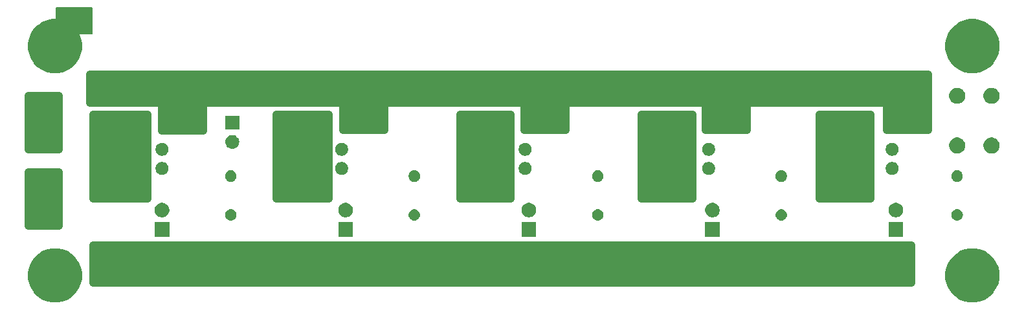
<source format=gbr>
G04 #@! TF.GenerationSoftware,KiCad,Pcbnew,5.0.2+dfsg1-1*
G04 #@! TF.CreationDate,2020-06-21T14:15:28-04:00*
G04 #@! TF.ProjectId,powerpoledist,706f7765-7270-46f6-9c65-646973742e6b,rev?*
G04 #@! TF.SameCoordinates,Original*
G04 #@! TF.FileFunction,Soldermask,Bot*
G04 #@! TF.FilePolarity,Negative*
%FSLAX46Y46*%
G04 Gerber Fmt 4.6, Leading zero omitted, Abs format (unit mm)*
G04 Created by KiCad (PCBNEW 5.0.2+dfsg1-1) date Sun 21 Jun 2020 02:15:28 PM EDT*
%MOMM*%
%LPD*%
G01*
G04 APERTURE LIST*
%ADD10C,0.150000*%
%ADD11C,1.000000*%
%ADD12C,0.020000*%
G04 APERTURE END LIST*
D10*
G36*
X90800000Y-48000000D02*
X90800000Y-51400000D01*
X86200000Y-51400000D01*
X86200000Y-48000000D01*
X90800000Y-48000000D01*
G37*
X90800000Y-48000000D02*
X90800000Y-51400000D01*
X86200000Y-51400000D01*
X86200000Y-48000000D01*
X90800000Y-48000000D01*
D11*
G36*
X86500000Y-59500000D02*
X86500000Y-66500000D01*
X82500000Y-66500000D01*
X82500000Y-59500000D01*
X86500000Y-59500000D01*
G37*
X86500000Y-59500000D02*
X86500000Y-66500000D01*
X82500000Y-66500000D01*
X82500000Y-59500000D01*
X86500000Y-59500000D01*
G36*
X86500000Y-69500000D02*
X86500000Y-76500000D01*
X82500000Y-76500000D01*
X82500000Y-69500000D01*
X86500000Y-69500000D01*
G37*
X86500000Y-69500000D02*
X86500000Y-76500000D01*
X82500000Y-76500000D01*
X82500000Y-69500000D01*
X86500000Y-69500000D01*
G36*
X90600000Y-60400000D02*
X200200000Y-60400000D01*
X200200000Y-56700000D01*
X90600000Y-56700000D01*
X90600000Y-60400000D01*
G37*
X90600000Y-60400000D02*
X200200000Y-60400000D01*
X200200000Y-56700000D01*
X90600000Y-56700000D01*
X90600000Y-60400000D01*
G36*
X194800000Y-59000000D02*
X194800000Y-64000000D01*
X200200000Y-64000000D01*
X200200000Y-59000000D01*
X194800000Y-59000000D01*
G37*
X194800000Y-59000000D02*
X194800000Y-64000000D01*
X200200000Y-64000000D01*
X200200000Y-59000000D01*
X194800000Y-59000000D01*
G36*
X171100000Y-59000000D02*
X171100000Y-64000000D01*
X176500000Y-64000000D01*
X176500000Y-59000000D01*
X171100000Y-59000000D01*
G37*
X171100000Y-59000000D02*
X171100000Y-64000000D01*
X176500000Y-64000000D01*
X176500000Y-59000000D01*
X171100000Y-59000000D01*
G36*
X147400000Y-59000000D02*
X147400000Y-64000000D01*
X152800000Y-64000000D01*
X152800000Y-59000000D01*
X147400000Y-59000000D01*
G37*
X147400000Y-59000000D02*
X147400000Y-64000000D01*
X152800000Y-64000000D01*
X152800000Y-59000000D01*
X147400000Y-59000000D01*
G36*
X123700000Y-59050000D02*
X123700000Y-63950000D01*
X129100000Y-63950000D01*
X129100000Y-59050000D01*
X123700000Y-59050000D01*
G37*
X123700000Y-59050000D02*
X123700000Y-63950000D01*
X129100000Y-63950000D01*
X129100000Y-59050000D01*
X123700000Y-59050000D01*
G36*
X100000000Y-59000000D02*
X100000000Y-64100000D01*
X105400000Y-64100000D01*
X105400000Y-59000000D01*
X100000000Y-59000000D01*
G37*
X100000000Y-59000000D02*
X100000000Y-64100000D01*
X105400000Y-64100000D01*
X105400000Y-59000000D01*
X100000000Y-59000000D01*
G36*
X91000000Y-62000000D02*
X91000000Y-73000000D01*
X98100000Y-73000000D01*
X98100000Y-62000000D01*
X91000000Y-62000000D01*
G37*
X91000000Y-62000000D02*
X91000000Y-73000000D01*
X98100000Y-73000000D01*
X98100000Y-62000000D01*
X91000000Y-62000000D01*
G36*
X115000000Y-62000000D02*
X115000000Y-73000000D01*
X121800000Y-73000000D01*
X121800000Y-62000000D01*
X115000000Y-62000000D01*
G37*
X115000000Y-62000000D02*
X115000000Y-73000000D01*
X121800000Y-73000000D01*
X121800000Y-62000000D01*
X115000000Y-62000000D01*
G36*
X139000000Y-62000000D02*
X139000000Y-73000000D01*
X145600000Y-73000000D01*
X145600000Y-62000000D01*
X139000000Y-62000000D01*
G37*
X139000000Y-62000000D02*
X139000000Y-73000000D01*
X145600000Y-73000000D01*
X145600000Y-62000000D01*
X139000000Y-62000000D01*
G36*
X186000000Y-62000000D02*
X186000000Y-73000000D01*
X192700000Y-73000000D01*
X192700000Y-62000000D01*
X186000000Y-62000000D01*
G37*
X186000000Y-62000000D02*
X186000000Y-73000000D01*
X192700000Y-73000000D01*
X192700000Y-62000000D01*
X186000000Y-62000000D01*
G36*
X162700000Y-62000000D02*
X162700000Y-73000000D01*
X169400000Y-73000000D01*
X169400000Y-62000000D01*
X162700000Y-62000000D01*
G37*
X162700000Y-62000000D02*
X162700000Y-73000000D01*
X169400000Y-73000000D01*
X169400000Y-62000000D01*
X162700000Y-62000000D01*
G36*
X198000000Y-79100000D02*
X198000000Y-84000000D01*
X91000000Y-84000000D01*
X91000000Y-79100000D01*
X198000000Y-79100000D01*
G37*
X198000000Y-79100000D02*
X198000000Y-84000000D01*
X91000000Y-84000000D01*
X91000000Y-79100000D01*
X198000000Y-79100000D01*
D12*
G36*
X207035786Y-79585462D02*
X207035788Y-79585463D01*
X207035789Y-79585463D01*
X207682029Y-79853144D01*
X208088088Y-80124464D01*
X208263634Y-80241760D01*
X208758240Y-80736366D01*
X208758242Y-80736369D01*
X209146856Y-81317971D01*
X209413419Y-81961512D01*
X209414538Y-81964214D01*
X209551000Y-82650256D01*
X209551000Y-83349744D01*
X209534307Y-83433668D01*
X209414537Y-84035789D01*
X209146856Y-84682029D01*
X208806551Y-85191332D01*
X208758240Y-85263634D01*
X208263634Y-85758240D01*
X208263631Y-85758242D01*
X207682029Y-86146856D01*
X207035789Y-86414537D01*
X207035788Y-86414537D01*
X207035786Y-86414538D01*
X206349744Y-86551000D01*
X205650256Y-86551000D01*
X204964214Y-86414538D01*
X204964212Y-86414537D01*
X204964211Y-86414537D01*
X204317971Y-86146856D01*
X203736369Y-85758242D01*
X203736366Y-85758240D01*
X203241760Y-85263634D01*
X203193449Y-85191332D01*
X202853144Y-84682029D01*
X202585463Y-84035789D01*
X202465694Y-83433668D01*
X202449000Y-83349744D01*
X202449000Y-82650256D01*
X202585462Y-81964214D01*
X202586581Y-81961512D01*
X202853144Y-81317971D01*
X203241758Y-80736369D01*
X203241760Y-80736366D01*
X203736366Y-80241760D01*
X203911912Y-80124464D01*
X204317971Y-79853144D01*
X204964211Y-79585463D01*
X204964212Y-79585463D01*
X204964214Y-79585462D01*
X205650256Y-79449000D01*
X206349744Y-79449000D01*
X207035786Y-79585462D01*
X207035786Y-79585462D01*
G37*
G36*
X87035786Y-79585462D02*
X87035788Y-79585463D01*
X87035789Y-79585463D01*
X87682029Y-79853144D01*
X88088088Y-80124464D01*
X88263634Y-80241760D01*
X88758240Y-80736366D01*
X88758242Y-80736369D01*
X89146856Y-81317971D01*
X89413419Y-81961512D01*
X89414538Y-81964214D01*
X89551000Y-82650256D01*
X89551000Y-83349744D01*
X89534307Y-83433668D01*
X89414537Y-84035789D01*
X89146856Y-84682029D01*
X88806551Y-85191332D01*
X88758240Y-85263634D01*
X88263634Y-85758240D01*
X88263631Y-85758242D01*
X87682029Y-86146856D01*
X87035789Y-86414537D01*
X87035788Y-86414537D01*
X87035786Y-86414538D01*
X86349744Y-86551000D01*
X85650256Y-86551000D01*
X84964214Y-86414538D01*
X84964212Y-86414537D01*
X84964211Y-86414537D01*
X84317971Y-86146856D01*
X83736369Y-85758242D01*
X83736366Y-85758240D01*
X83241760Y-85263634D01*
X83193449Y-85191332D01*
X82853144Y-84682029D01*
X82585463Y-84035789D01*
X82465694Y-83433668D01*
X82449000Y-83349744D01*
X82449000Y-82650256D01*
X82585462Y-81964214D01*
X82586581Y-81961512D01*
X82853144Y-81317971D01*
X83241758Y-80736369D01*
X83241760Y-80736366D01*
X83736366Y-80241760D01*
X83911912Y-80124464D01*
X84317971Y-79853144D01*
X84964211Y-79585463D01*
X84964212Y-79585463D01*
X84964214Y-79585462D01*
X85650256Y-79449000D01*
X86349744Y-79449000D01*
X87035786Y-79585462D01*
X87035786Y-79585462D01*
G37*
G36*
X96230536Y-79196016D02*
X96452213Y-79263261D01*
X96656512Y-79372461D01*
X96835581Y-79519419D01*
X96982539Y-79698488D01*
X97091739Y-79902787D01*
X97158984Y-80124464D01*
X97176000Y-80297230D01*
X97176000Y-81362771D01*
X97158984Y-81535536D01*
X97091739Y-81757213D01*
X96982539Y-81961512D01*
X96835581Y-82140581D01*
X96656511Y-82287539D01*
X96452212Y-82396739D01*
X96230535Y-82463984D01*
X96000000Y-82486690D01*
X95769464Y-82463984D01*
X95547787Y-82396739D01*
X95343488Y-82287539D01*
X95164419Y-82140581D01*
X95017461Y-81961511D01*
X94908261Y-81757212D01*
X94841016Y-81535535D01*
X94824000Y-81362770D01*
X94824000Y-80297229D01*
X94841016Y-80124464D01*
X94908261Y-79902787D01*
X95017462Y-79698488D01*
X95164420Y-79519419D01*
X95343489Y-79372461D01*
X95547788Y-79263261D01*
X95769465Y-79196016D01*
X96000000Y-79173310D01*
X96230536Y-79196016D01*
X96230536Y-79196016D01*
G37*
G36*
X92830536Y-79196016D02*
X93052213Y-79263261D01*
X93256512Y-79372461D01*
X93435581Y-79519419D01*
X93582539Y-79698488D01*
X93691739Y-79902787D01*
X93758984Y-80124464D01*
X93776000Y-80297230D01*
X93776000Y-81362771D01*
X93758984Y-81535536D01*
X93691739Y-81757213D01*
X93582539Y-81961512D01*
X93435581Y-82140581D01*
X93256511Y-82287539D01*
X93052212Y-82396739D01*
X92830535Y-82463984D01*
X92600000Y-82486690D01*
X92369464Y-82463984D01*
X92147787Y-82396739D01*
X91943488Y-82287539D01*
X91764419Y-82140581D01*
X91617461Y-81961511D01*
X91508261Y-81757212D01*
X91441016Y-81535535D01*
X91424000Y-81362770D01*
X91424000Y-80297229D01*
X91441016Y-80124464D01*
X91508261Y-79902787D01*
X91617462Y-79698488D01*
X91764420Y-79519419D01*
X91943489Y-79372461D01*
X92147788Y-79263261D01*
X92369465Y-79196016D01*
X92600000Y-79173310D01*
X92830536Y-79196016D01*
X92830536Y-79196016D01*
G37*
G36*
X168230536Y-79096016D02*
X168452213Y-79163261D01*
X168656512Y-79272461D01*
X168835581Y-79419419D01*
X168982539Y-79598488D01*
X169091739Y-79802787D01*
X169158984Y-80024464D01*
X169176000Y-80197230D01*
X169176000Y-81262771D01*
X169158984Y-81435536D01*
X169091739Y-81657213D01*
X168982539Y-81861512D01*
X168835581Y-82040581D01*
X168656511Y-82187539D01*
X168452212Y-82296739D01*
X168230535Y-82363984D01*
X168000000Y-82386690D01*
X167769464Y-82363984D01*
X167547787Y-82296739D01*
X167343488Y-82187539D01*
X167164419Y-82040581D01*
X167017461Y-81861511D01*
X166908261Y-81657212D01*
X166841016Y-81435535D01*
X166824000Y-81262770D01*
X166824000Y-80197229D01*
X166841016Y-80024464D01*
X166908261Y-79802787D01*
X167017462Y-79598488D01*
X167164420Y-79419419D01*
X167343489Y-79272461D01*
X167547788Y-79163261D01*
X167769465Y-79096016D01*
X168000000Y-79073310D01*
X168230536Y-79096016D01*
X168230536Y-79096016D01*
G37*
G36*
X192230536Y-79096016D02*
X192452213Y-79163261D01*
X192656512Y-79272461D01*
X192835581Y-79419419D01*
X192982539Y-79598488D01*
X193091739Y-79802787D01*
X193158984Y-80024464D01*
X193176000Y-80197230D01*
X193176000Y-81262771D01*
X193158984Y-81435536D01*
X193091739Y-81657213D01*
X192982539Y-81861512D01*
X192835581Y-82040581D01*
X192656511Y-82187539D01*
X192452212Y-82296739D01*
X192230535Y-82363984D01*
X192000000Y-82386690D01*
X191769464Y-82363984D01*
X191547787Y-82296739D01*
X191343488Y-82187539D01*
X191164419Y-82040581D01*
X191017461Y-81861511D01*
X190908261Y-81657212D01*
X190841016Y-81435535D01*
X190824000Y-81262770D01*
X190824000Y-80197229D01*
X190841016Y-80024464D01*
X190908261Y-79802787D01*
X191017462Y-79598488D01*
X191164420Y-79419419D01*
X191343489Y-79272461D01*
X191547788Y-79163261D01*
X191769465Y-79096016D01*
X192000000Y-79073310D01*
X192230536Y-79096016D01*
X192230536Y-79096016D01*
G37*
G36*
X188830536Y-79096016D02*
X189052213Y-79163261D01*
X189256512Y-79272461D01*
X189435581Y-79419419D01*
X189582539Y-79598488D01*
X189691739Y-79802787D01*
X189758984Y-80024464D01*
X189776000Y-80197230D01*
X189776000Y-81262771D01*
X189758984Y-81435536D01*
X189691739Y-81657213D01*
X189582539Y-81861512D01*
X189435581Y-82040581D01*
X189256511Y-82187539D01*
X189052212Y-82296739D01*
X188830535Y-82363984D01*
X188600000Y-82386690D01*
X188369464Y-82363984D01*
X188147787Y-82296739D01*
X187943488Y-82187539D01*
X187764419Y-82040581D01*
X187617461Y-81861511D01*
X187508261Y-81657212D01*
X187441016Y-81435535D01*
X187424000Y-81262770D01*
X187424000Y-80197229D01*
X187441016Y-80024464D01*
X187508261Y-79802787D01*
X187617462Y-79598488D01*
X187764420Y-79419419D01*
X187943489Y-79272461D01*
X188147788Y-79163261D01*
X188369465Y-79096016D01*
X188600000Y-79073310D01*
X188830536Y-79096016D01*
X188830536Y-79096016D01*
G37*
G36*
X164830536Y-79096016D02*
X165052213Y-79163261D01*
X165256512Y-79272461D01*
X165435581Y-79419419D01*
X165582539Y-79598488D01*
X165691739Y-79802787D01*
X165758984Y-80024464D01*
X165776000Y-80197230D01*
X165776000Y-81262771D01*
X165758984Y-81435536D01*
X165691739Y-81657213D01*
X165582539Y-81861512D01*
X165435581Y-82040581D01*
X165256511Y-82187539D01*
X165052212Y-82296739D01*
X164830535Y-82363984D01*
X164600000Y-82386690D01*
X164369464Y-82363984D01*
X164147787Y-82296739D01*
X163943488Y-82187539D01*
X163764419Y-82040581D01*
X163617461Y-81861511D01*
X163508261Y-81657212D01*
X163441016Y-81435535D01*
X163424000Y-81262770D01*
X163424000Y-80197229D01*
X163441016Y-80024464D01*
X163508261Y-79802787D01*
X163617462Y-79598488D01*
X163764420Y-79419419D01*
X163943489Y-79272461D01*
X164147788Y-79163261D01*
X164369465Y-79096016D01*
X164600000Y-79073310D01*
X164830536Y-79096016D01*
X164830536Y-79096016D01*
G37*
G36*
X144230536Y-79096016D02*
X144452213Y-79163261D01*
X144656512Y-79272461D01*
X144835581Y-79419419D01*
X144982539Y-79598488D01*
X145091739Y-79802787D01*
X145158984Y-80024464D01*
X145176000Y-80197230D01*
X145176000Y-81262771D01*
X145158984Y-81435536D01*
X145091739Y-81657213D01*
X144982539Y-81861512D01*
X144835581Y-82040581D01*
X144656511Y-82187539D01*
X144452212Y-82296739D01*
X144230535Y-82363984D01*
X144000000Y-82386690D01*
X143769464Y-82363984D01*
X143547787Y-82296739D01*
X143343488Y-82187539D01*
X143164419Y-82040581D01*
X143017461Y-81861511D01*
X142908261Y-81657212D01*
X142841016Y-81435535D01*
X142824000Y-81262770D01*
X142824000Y-80197229D01*
X142841016Y-80024464D01*
X142908261Y-79802787D01*
X143017462Y-79598488D01*
X143164420Y-79419419D01*
X143343489Y-79272461D01*
X143547788Y-79163261D01*
X143769465Y-79096016D01*
X144000000Y-79073310D01*
X144230536Y-79096016D01*
X144230536Y-79096016D01*
G37*
G36*
X140830536Y-79096016D02*
X141052213Y-79163261D01*
X141256512Y-79272461D01*
X141435581Y-79419419D01*
X141582539Y-79598488D01*
X141691739Y-79802787D01*
X141758984Y-80024464D01*
X141776000Y-80197230D01*
X141776000Y-81262771D01*
X141758984Y-81435536D01*
X141691739Y-81657213D01*
X141582539Y-81861512D01*
X141435581Y-82040581D01*
X141256511Y-82187539D01*
X141052212Y-82296739D01*
X140830535Y-82363984D01*
X140600000Y-82386690D01*
X140369464Y-82363984D01*
X140147787Y-82296739D01*
X139943488Y-82187539D01*
X139764419Y-82040581D01*
X139617461Y-81861511D01*
X139508261Y-81657212D01*
X139441016Y-81435535D01*
X139424000Y-81262770D01*
X139424000Y-80197229D01*
X139441016Y-80024464D01*
X139508261Y-79802787D01*
X139617462Y-79598488D01*
X139764420Y-79419419D01*
X139943489Y-79272461D01*
X140147788Y-79163261D01*
X140369465Y-79096016D01*
X140600000Y-79073310D01*
X140830536Y-79096016D01*
X140830536Y-79096016D01*
G37*
G36*
X120230536Y-79096016D02*
X120452213Y-79163261D01*
X120656512Y-79272461D01*
X120835581Y-79419419D01*
X120982539Y-79598488D01*
X121091739Y-79802787D01*
X121158984Y-80024464D01*
X121176000Y-80197230D01*
X121176000Y-81262771D01*
X121158984Y-81435536D01*
X121091739Y-81657213D01*
X120982539Y-81861512D01*
X120835581Y-82040581D01*
X120656511Y-82187539D01*
X120452212Y-82296739D01*
X120230535Y-82363984D01*
X120000000Y-82386690D01*
X119769464Y-82363984D01*
X119547787Y-82296739D01*
X119343488Y-82187539D01*
X119164419Y-82040581D01*
X119017461Y-81861511D01*
X118908261Y-81657212D01*
X118841016Y-81435535D01*
X118824000Y-81262770D01*
X118824000Y-80197229D01*
X118841016Y-80024464D01*
X118908261Y-79802787D01*
X119017462Y-79598488D01*
X119164420Y-79419419D01*
X119343489Y-79272461D01*
X119547788Y-79163261D01*
X119769465Y-79096016D01*
X120000000Y-79073310D01*
X120230536Y-79096016D01*
X120230536Y-79096016D01*
G37*
G36*
X116830536Y-79096016D02*
X117052213Y-79163261D01*
X117256512Y-79272461D01*
X117435581Y-79419419D01*
X117582539Y-79598488D01*
X117691739Y-79802787D01*
X117758984Y-80024464D01*
X117776000Y-80197230D01*
X117776000Y-81262771D01*
X117758984Y-81435536D01*
X117691739Y-81657213D01*
X117582539Y-81861512D01*
X117435581Y-82040581D01*
X117256511Y-82187539D01*
X117052212Y-82296739D01*
X116830535Y-82363984D01*
X116600000Y-82386690D01*
X116369464Y-82363984D01*
X116147787Y-82296739D01*
X115943488Y-82187539D01*
X115764419Y-82040581D01*
X115617461Y-81861511D01*
X115508261Y-81657212D01*
X115441016Y-81435535D01*
X115424000Y-81262770D01*
X115424000Y-80197229D01*
X115441016Y-80024464D01*
X115508261Y-79802787D01*
X115617462Y-79598488D01*
X115764420Y-79419419D01*
X115943489Y-79272461D01*
X116147788Y-79163261D01*
X116369465Y-79096016D01*
X116600000Y-79073310D01*
X116830536Y-79096016D01*
X116830536Y-79096016D01*
G37*
G36*
X124951000Y-77951000D02*
X123049000Y-77951000D01*
X123049000Y-76049000D01*
X124951000Y-76049000D01*
X124951000Y-77951000D01*
X124951000Y-77951000D01*
G37*
G36*
X196951000Y-77951000D02*
X195049000Y-77951000D01*
X195049000Y-76049000D01*
X196951000Y-76049000D01*
X196951000Y-77951000D01*
X196951000Y-77951000D01*
G37*
G36*
X148951000Y-77951000D02*
X147049000Y-77951000D01*
X147049000Y-76049000D01*
X148951000Y-76049000D01*
X148951000Y-77951000D01*
X148951000Y-77951000D01*
G37*
G36*
X172951000Y-77951000D02*
X171049000Y-77951000D01*
X171049000Y-76049000D01*
X172951000Y-76049000D01*
X172951000Y-77951000D01*
X172951000Y-77951000D01*
G37*
G36*
X100951000Y-77951000D02*
X99049000Y-77951000D01*
X99049000Y-76049000D01*
X100951000Y-76049000D01*
X100951000Y-77951000D01*
X100951000Y-77951000D01*
G37*
G36*
X204073665Y-74332622D02*
X204147222Y-74339867D01*
X204288786Y-74382810D01*
X204419252Y-74452546D01*
X204533606Y-74546394D01*
X204627454Y-74660748D01*
X204697190Y-74791214D01*
X204740133Y-74932778D01*
X204754633Y-75080000D01*
X204740133Y-75227222D01*
X204697190Y-75368786D01*
X204627454Y-75499252D01*
X204533606Y-75613606D01*
X204419252Y-75707454D01*
X204288786Y-75777190D01*
X204147222Y-75820133D01*
X204073665Y-75827378D01*
X204036888Y-75831000D01*
X203963112Y-75831000D01*
X203926335Y-75827378D01*
X203852778Y-75820133D01*
X203711214Y-75777190D01*
X203580748Y-75707454D01*
X203466394Y-75613606D01*
X203372546Y-75499252D01*
X203302810Y-75368786D01*
X203259867Y-75227222D01*
X203245367Y-75080000D01*
X203259867Y-74932778D01*
X203302810Y-74791214D01*
X203372546Y-74660748D01*
X203466394Y-74546394D01*
X203580748Y-74452546D01*
X203711214Y-74382810D01*
X203852778Y-74339867D01*
X203926335Y-74332622D01*
X203963112Y-74329000D01*
X204036888Y-74329000D01*
X204073665Y-74332622D01*
X204073665Y-74332622D01*
G37*
G36*
X181073665Y-74332622D02*
X181147222Y-74339867D01*
X181288786Y-74382810D01*
X181419252Y-74452546D01*
X181533606Y-74546394D01*
X181627454Y-74660748D01*
X181697190Y-74791214D01*
X181740133Y-74932778D01*
X181754633Y-75080000D01*
X181740133Y-75227222D01*
X181697190Y-75368786D01*
X181627454Y-75499252D01*
X181533606Y-75613606D01*
X181419252Y-75707454D01*
X181288786Y-75777190D01*
X181147222Y-75820133D01*
X181073665Y-75827378D01*
X181036888Y-75831000D01*
X180963112Y-75831000D01*
X180926335Y-75827378D01*
X180852778Y-75820133D01*
X180711214Y-75777190D01*
X180580748Y-75707454D01*
X180466394Y-75613606D01*
X180372546Y-75499252D01*
X180302810Y-75368786D01*
X180259867Y-75227222D01*
X180245367Y-75080000D01*
X180259867Y-74932778D01*
X180302810Y-74791214D01*
X180372546Y-74660748D01*
X180466394Y-74546394D01*
X180580748Y-74452546D01*
X180711214Y-74382810D01*
X180852778Y-74339867D01*
X180926335Y-74332622D01*
X180963112Y-74329000D01*
X181036888Y-74329000D01*
X181073665Y-74332622D01*
X181073665Y-74332622D01*
G37*
G36*
X157073665Y-74332622D02*
X157147222Y-74339867D01*
X157288786Y-74382810D01*
X157419252Y-74452546D01*
X157533606Y-74546394D01*
X157627454Y-74660748D01*
X157697190Y-74791214D01*
X157740133Y-74932778D01*
X157754633Y-75080000D01*
X157740133Y-75227222D01*
X157697190Y-75368786D01*
X157627454Y-75499252D01*
X157533606Y-75613606D01*
X157419252Y-75707454D01*
X157288786Y-75777190D01*
X157147222Y-75820133D01*
X157073665Y-75827378D01*
X157036888Y-75831000D01*
X156963112Y-75831000D01*
X156926335Y-75827378D01*
X156852778Y-75820133D01*
X156711214Y-75777190D01*
X156580748Y-75707454D01*
X156466394Y-75613606D01*
X156372546Y-75499252D01*
X156302810Y-75368786D01*
X156259867Y-75227222D01*
X156245367Y-75080000D01*
X156259867Y-74932778D01*
X156302810Y-74791214D01*
X156372546Y-74660748D01*
X156466394Y-74546394D01*
X156580748Y-74452546D01*
X156711214Y-74382810D01*
X156852778Y-74339867D01*
X156926335Y-74332622D01*
X156963112Y-74329000D01*
X157036888Y-74329000D01*
X157073665Y-74332622D01*
X157073665Y-74332622D01*
G37*
G36*
X133073665Y-74332622D02*
X133147222Y-74339867D01*
X133288786Y-74382810D01*
X133419252Y-74452546D01*
X133533606Y-74546394D01*
X133627454Y-74660748D01*
X133697190Y-74791214D01*
X133740133Y-74932778D01*
X133754633Y-75080000D01*
X133740133Y-75227222D01*
X133697190Y-75368786D01*
X133627454Y-75499252D01*
X133533606Y-75613606D01*
X133419252Y-75707454D01*
X133288786Y-75777190D01*
X133147222Y-75820133D01*
X133073665Y-75827378D01*
X133036888Y-75831000D01*
X132963112Y-75831000D01*
X132926335Y-75827378D01*
X132852778Y-75820133D01*
X132711214Y-75777190D01*
X132580748Y-75707454D01*
X132466394Y-75613606D01*
X132372546Y-75499252D01*
X132302810Y-75368786D01*
X132259867Y-75227222D01*
X132245367Y-75080000D01*
X132259867Y-74932778D01*
X132302810Y-74791214D01*
X132372546Y-74660748D01*
X132466394Y-74546394D01*
X132580748Y-74452546D01*
X132711214Y-74382810D01*
X132852778Y-74339867D01*
X132926335Y-74332622D01*
X132963112Y-74329000D01*
X133036888Y-74329000D01*
X133073665Y-74332622D01*
X133073665Y-74332622D01*
G37*
G36*
X109073665Y-74332622D02*
X109147222Y-74339867D01*
X109288786Y-74382810D01*
X109419252Y-74452546D01*
X109533606Y-74546394D01*
X109627454Y-74660748D01*
X109697190Y-74791214D01*
X109740133Y-74932778D01*
X109754633Y-75080000D01*
X109740133Y-75227222D01*
X109697190Y-75368786D01*
X109627454Y-75499252D01*
X109533606Y-75613606D01*
X109419252Y-75707454D01*
X109288786Y-75777190D01*
X109147222Y-75820133D01*
X109073665Y-75827378D01*
X109036888Y-75831000D01*
X108963112Y-75831000D01*
X108926335Y-75827378D01*
X108852778Y-75820133D01*
X108711214Y-75777190D01*
X108580748Y-75707454D01*
X108466394Y-75613606D01*
X108372546Y-75499252D01*
X108302810Y-75368786D01*
X108259867Y-75227222D01*
X108245367Y-75080000D01*
X108259867Y-74932778D01*
X108302810Y-74791214D01*
X108372546Y-74660748D01*
X108466394Y-74546394D01*
X108580748Y-74452546D01*
X108711214Y-74382810D01*
X108852778Y-74339867D01*
X108926335Y-74332622D01*
X108963112Y-74329000D01*
X109036888Y-74329000D01*
X109073665Y-74332622D01*
X109073665Y-74332622D01*
G37*
G36*
X148277396Y-73545546D02*
X148450466Y-73617234D01*
X148606230Y-73721312D01*
X148738688Y-73853770D01*
X148842766Y-74009534D01*
X148914454Y-74182604D01*
X148951000Y-74366333D01*
X148951000Y-74553667D01*
X148914454Y-74737396D01*
X148842766Y-74910466D01*
X148738688Y-75066230D01*
X148606230Y-75198688D01*
X148450466Y-75302766D01*
X148277396Y-75374454D01*
X148093667Y-75411000D01*
X147906333Y-75411000D01*
X147722604Y-75374454D01*
X147549534Y-75302766D01*
X147393770Y-75198688D01*
X147261312Y-75066230D01*
X147157234Y-74910466D01*
X147085546Y-74737396D01*
X147049000Y-74553667D01*
X147049000Y-74366333D01*
X147085546Y-74182604D01*
X147157234Y-74009534D01*
X147261312Y-73853770D01*
X147393770Y-73721312D01*
X147549534Y-73617234D01*
X147722604Y-73545546D01*
X147906333Y-73509000D01*
X148093667Y-73509000D01*
X148277396Y-73545546D01*
X148277396Y-73545546D01*
G37*
G36*
X100277396Y-73545546D02*
X100450466Y-73617234D01*
X100606230Y-73721312D01*
X100738688Y-73853770D01*
X100842766Y-74009534D01*
X100914454Y-74182604D01*
X100951000Y-74366333D01*
X100951000Y-74553667D01*
X100914454Y-74737396D01*
X100842766Y-74910466D01*
X100738688Y-75066230D01*
X100606230Y-75198688D01*
X100450466Y-75302766D01*
X100277396Y-75374454D01*
X100093667Y-75411000D01*
X99906333Y-75411000D01*
X99722604Y-75374454D01*
X99549534Y-75302766D01*
X99393770Y-75198688D01*
X99261312Y-75066230D01*
X99157234Y-74910466D01*
X99085546Y-74737396D01*
X99049000Y-74553667D01*
X99049000Y-74366333D01*
X99085546Y-74182604D01*
X99157234Y-74009534D01*
X99261312Y-73853770D01*
X99393770Y-73721312D01*
X99549534Y-73617234D01*
X99722604Y-73545546D01*
X99906333Y-73509000D01*
X100093667Y-73509000D01*
X100277396Y-73545546D01*
X100277396Y-73545546D01*
G37*
G36*
X196277396Y-73545546D02*
X196450466Y-73617234D01*
X196606230Y-73721312D01*
X196738688Y-73853770D01*
X196842766Y-74009534D01*
X196914454Y-74182604D01*
X196951000Y-74366333D01*
X196951000Y-74553667D01*
X196914454Y-74737396D01*
X196842766Y-74910466D01*
X196738688Y-75066230D01*
X196606230Y-75198688D01*
X196450466Y-75302766D01*
X196277396Y-75374454D01*
X196093667Y-75411000D01*
X195906333Y-75411000D01*
X195722604Y-75374454D01*
X195549534Y-75302766D01*
X195393770Y-75198688D01*
X195261312Y-75066230D01*
X195157234Y-74910466D01*
X195085546Y-74737396D01*
X195049000Y-74553667D01*
X195049000Y-74366333D01*
X195085546Y-74182604D01*
X195157234Y-74009534D01*
X195261312Y-73853770D01*
X195393770Y-73721312D01*
X195549534Y-73617234D01*
X195722604Y-73545546D01*
X195906333Y-73509000D01*
X196093667Y-73509000D01*
X196277396Y-73545546D01*
X196277396Y-73545546D01*
G37*
G36*
X172277396Y-73545546D02*
X172450466Y-73617234D01*
X172606230Y-73721312D01*
X172738688Y-73853770D01*
X172842766Y-74009534D01*
X172914454Y-74182604D01*
X172951000Y-74366333D01*
X172951000Y-74553667D01*
X172914454Y-74737396D01*
X172842766Y-74910466D01*
X172738688Y-75066230D01*
X172606230Y-75198688D01*
X172450466Y-75302766D01*
X172277396Y-75374454D01*
X172093667Y-75411000D01*
X171906333Y-75411000D01*
X171722604Y-75374454D01*
X171549534Y-75302766D01*
X171393770Y-75198688D01*
X171261312Y-75066230D01*
X171157234Y-74910466D01*
X171085546Y-74737396D01*
X171049000Y-74553667D01*
X171049000Y-74366333D01*
X171085546Y-74182604D01*
X171157234Y-74009534D01*
X171261312Y-73853770D01*
X171393770Y-73721312D01*
X171549534Y-73617234D01*
X171722604Y-73545546D01*
X171906333Y-73509000D01*
X172093667Y-73509000D01*
X172277396Y-73545546D01*
X172277396Y-73545546D01*
G37*
G36*
X124277396Y-73545546D02*
X124450466Y-73617234D01*
X124606230Y-73721312D01*
X124738688Y-73853770D01*
X124842766Y-74009534D01*
X124914454Y-74182604D01*
X124951000Y-74366333D01*
X124951000Y-74553667D01*
X124914454Y-74737396D01*
X124842766Y-74910466D01*
X124738688Y-75066230D01*
X124606230Y-75198688D01*
X124450466Y-75302766D01*
X124277396Y-75374454D01*
X124093667Y-75411000D01*
X123906333Y-75411000D01*
X123722604Y-75374454D01*
X123549534Y-75302766D01*
X123393770Y-75198688D01*
X123261312Y-75066230D01*
X123157234Y-74910466D01*
X123085546Y-74737396D01*
X123049000Y-74553667D01*
X123049000Y-74366333D01*
X123085546Y-74182604D01*
X123157234Y-74009534D01*
X123261312Y-73853770D01*
X123393770Y-73721312D01*
X123549534Y-73617234D01*
X123722604Y-73545546D01*
X123906333Y-73509000D01*
X124093667Y-73509000D01*
X124277396Y-73545546D01*
X124277396Y-73545546D01*
G37*
G36*
X96230536Y-69466016D02*
X96452213Y-69533261D01*
X96656512Y-69642461D01*
X96835581Y-69789419D01*
X96982539Y-69968488D01*
X97091739Y-70172787D01*
X97158984Y-70394464D01*
X97176000Y-70567230D01*
X97176000Y-71632771D01*
X97158984Y-71805536D01*
X97091739Y-72027213D01*
X96982539Y-72231512D01*
X96835581Y-72410581D01*
X96656511Y-72557539D01*
X96452212Y-72666739D01*
X96230535Y-72733984D01*
X96000000Y-72756690D01*
X95769464Y-72733984D01*
X95547787Y-72666739D01*
X95343488Y-72557539D01*
X95164419Y-72410581D01*
X95017461Y-72231511D01*
X94908261Y-72027212D01*
X94841016Y-71805535D01*
X94824000Y-71632770D01*
X94824000Y-70567229D01*
X94841016Y-70394464D01*
X94908261Y-70172787D01*
X95017462Y-69968488D01*
X95164420Y-69789419D01*
X95343489Y-69642461D01*
X95547788Y-69533261D01*
X95769465Y-69466016D01*
X96000000Y-69443310D01*
X96230536Y-69466016D01*
X96230536Y-69466016D01*
G37*
G36*
X92830536Y-69466016D02*
X93052213Y-69533261D01*
X93256512Y-69642461D01*
X93435581Y-69789419D01*
X93582539Y-69968488D01*
X93691739Y-70172787D01*
X93758984Y-70394464D01*
X93776000Y-70567230D01*
X93776000Y-71632771D01*
X93758984Y-71805536D01*
X93691739Y-72027213D01*
X93582539Y-72231512D01*
X93435581Y-72410581D01*
X93256511Y-72557539D01*
X93052212Y-72666739D01*
X92830535Y-72733984D01*
X92600000Y-72756690D01*
X92369464Y-72733984D01*
X92147787Y-72666739D01*
X91943488Y-72557539D01*
X91764419Y-72410581D01*
X91617461Y-72231511D01*
X91508261Y-72027212D01*
X91441016Y-71805535D01*
X91424000Y-71632770D01*
X91424000Y-70567229D01*
X91441016Y-70394464D01*
X91508261Y-70172787D01*
X91617462Y-69968488D01*
X91764420Y-69789419D01*
X91943489Y-69642461D01*
X92147788Y-69533261D01*
X92369465Y-69466016D01*
X92600000Y-69443310D01*
X92830536Y-69466016D01*
X92830536Y-69466016D01*
G37*
G36*
X116830536Y-69366016D02*
X117052213Y-69433261D01*
X117256512Y-69542461D01*
X117435581Y-69689419D01*
X117582539Y-69868488D01*
X117691739Y-70072787D01*
X117758984Y-70294464D01*
X117776000Y-70467230D01*
X117776000Y-71532771D01*
X117758984Y-71705536D01*
X117691739Y-71927213D01*
X117582539Y-72131512D01*
X117435581Y-72310581D01*
X117256511Y-72457539D01*
X117052212Y-72566739D01*
X116830535Y-72633984D01*
X116600000Y-72656690D01*
X116369464Y-72633984D01*
X116147787Y-72566739D01*
X115943488Y-72457539D01*
X115764419Y-72310581D01*
X115617461Y-72131511D01*
X115508261Y-71927212D01*
X115441016Y-71705535D01*
X115424000Y-71532770D01*
X115424000Y-70467229D01*
X115441016Y-70294464D01*
X115508261Y-70072787D01*
X115617462Y-69868488D01*
X115764420Y-69689419D01*
X115943489Y-69542461D01*
X116147788Y-69433261D01*
X116369465Y-69366016D01*
X116600000Y-69343310D01*
X116830536Y-69366016D01*
X116830536Y-69366016D01*
G37*
G36*
X192230536Y-69366016D02*
X192452213Y-69433261D01*
X192656512Y-69542461D01*
X192835581Y-69689419D01*
X192982539Y-69868488D01*
X193091739Y-70072787D01*
X193158984Y-70294464D01*
X193176000Y-70467230D01*
X193176000Y-71532771D01*
X193158984Y-71705536D01*
X193091739Y-71927213D01*
X192982539Y-72131512D01*
X192835581Y-72310581D01*
X192656511Y-72457539D01*
X192452212Y-72566739D01*
X192230535Y-72633984D01*
X192000000Y-72656690D01*
X191769464Y-72633984D01*
X191547787Y-72566739D01*
X191343488Y-72457539D01*
X191164419Y-72310581D01*
X191017461Y-72131511D01*
X190908261Y-71927212D01*
X190841016Y-71705535D01*
X190824000Y-71532770D01*
X190824000Y-70467229D01*
X190841016Y-70294464D01*
X190908261Y-70072787D01*
X191017462Y-69868488D01*
X191164420Y-69689419D01*
X191343489Y-69542461D01*
X191547788Y-69433261D01*
X191769465Y-69366016D01*
X192000000Y-69343310D01*
X192230536Y-69366016D01*
X192230536Y-69366016D01*
G37*
G36*
X188830536Y-69366016D02*
X189052213Y-69433261D01*
X189256512Y-69542461D01*
X189435581Y-69689419D01*
X189582539Y-69868488D01*
X189691739Y-70072787D01*
X189758984Y-70294464D01*
X189776000Y-70467230D01*
X189776000Y-71532771D01*
X189758984Y-71705536D01*
X189691739Y-71927213D01*
X189582539Y-72131512D01*
X189435581Y-72310581D01*
X189256511Y-72457539D01*
X189052212Y-72566739D01*
X188830535Y-72633984D01*
X188600000Y-72656690D01*
X188369464Y-72633984D01*
X188147787Y-72566739D01*
X187943488Y-72457539D01*
X187764419Y-72310581D01*
X187617461Y-72131511D01*
X187508261Y-71927212D01*
X187441016Y-71705535D01*
X187424000Y-71532770D01*
X187424000Y-70467229D01*
X187441016Y-70294464D01*
X187508261Y-70072787D01*
X187617462Y-69868488D01*
X187764420Y-69689419D01*
X187943489Y-69542461D01*
X188147788Y-69433261D01*
X188369465Y-69366016D01*
X188600000Y-69343310D01*
X188830536Y-69366016D01*
X188830536Y-69366016D01*
G37*
G36*
X168230536Y-69366016D02*
X168452213Y-69433261D01*
X168656512Y-69542461D01*
X168835581Y-69689419D01*
X168982539Y-69868488D01*
X169091739Y-70072787D01*
X169158984Y-70294464D01*
X169176000Y-70467230D01*
X169176000Y-71532771D01*
X169158984Y-71705536D01*
X169091739Y-71927213D01*
X168982539Y-72131512D01*
X168835581Y-72310581D01*
X168656511Y-72457539D01*
X168452212Y-72566739D01*
X168230535Y-72633984D01*
X168000000Y-72656690D01*
X167769464Y-72633984D01*
X167547787Y-72566739D01*
X167343488Y-72457539D01*
X167164419Y-72310581D01*
X167017461Y-72131511D01*
X166908261Y-71927212D01*
X166841016Y-71705535D01*
X166824000Y-71532770D01*
X166824000Y-70467229D01*
X166841016Y-70294464D01*
X166908261Y-70072787D01*
X167017462Y-69868488D01*
X167164420Y-69689419D01*
X167343489Y-69542461D01*
X167547788Y-69433261D01*
X167769465Y-69366016D01*
X168000000Y-69343310D01*
X168230536Y-69366016D01*
X168230536Y-69366016D01*
G37*
G36*
X144230536Y-69366016D02*
X144452213Y-69433261D01*
X144656512Y-69542461D01*
X144835581Y-69689419D01*
X144982539Y-69868488D01*
X145091739Y-70072787D01*
X145158984Y-70294464D01*
X145176000Y-70467230D01*
X145176000Y-71532771D01*
X145158984Y-71705536D01*
X145091739Y-71927213D01*
X144982539Y-72131512D01*
X144835581Y-72310581D01*
X144656511Y-72457539D01*
X144452212Y-72566739D01*
X144230535Y-72633984D01*
X144000000Y-72656690D01*
X143769464Y-72633984D01*
X143547787Y-72566739D01*
X143343488Y-72457539D01*
X143164419Y-72310581D01*
X143017461Y-72131511D01*
X142908261Y-71927212D01*
X142841016Y-71705535D01*
X142824000Y-71532770D01*
X142824000Y-70467229D01*
X142841016Y-70294464D01*
X142908261Y-70072787D01*
X143017462Y-69868488D01*
X143164420Y-69689419D01*
X143343489Y-69542461D01*
X143547788Y-69433261D01*
X143769465Y-69366016D01*
X144000000Y-69343310D01*
X144230536Y-69366016D01*
X144230536Y-69366016D01*
G37*
G36*
X120230536Y-69366016D02*
X120452213Y-69433261D01*
X120656512Y-69542461D01*
X120835581Y-69689419D01*
X120982539Y-69868488D01*
X121091739Y-70072787D01*
X121158984Y-70294464D01*
X121176000Y-70467230D01*
X121176000Y-71532771D01*
X121158984Y-71705536D01*
X121091739Y-71927213D01*
X120982539Y-72131512D01*
X120835581Y-72310581D01*
X120656511Y-72457539D01*
X120452212Y-72566739D01*
X120230535Y-72633984D01*
X120000000Y-72656690D01*
X119769464Y-72633984D01*
X119547787Y-72566739D01*
X119343488Y-72457539D01*
X119164419Y-72310581D01*
X119017461Y-72131511D01*
X118908261Y-71927212D01*
X118841016Y-71705535D01*
X118824000Y-71532770D01*
X118824000Y-70467229D01*
X118841016Y-70294464D01*
X118908261Y-70072787D01*
X119017462Y-69868488D01*
X119164420Y-69689419D01*
X119343489Y-69542461D01*
X119547788Y-69433261D01*
X119769465Y-69366016D01*
X120000000Y-69343310D01*
X120230536Y-69366016D01*
X120230536Y-69366016D01*
G37*
G36*
X140830536Y-69366016D02*
X141052213Y-69433261D01*
X141256512Y-69542461D01*
X141435581Y-69689419D01*
X141582539Y-69868488D01*
X141691739Y-70072787D01*
X141758984Y-70294464D01*
X141776000Y-70467230D01*
X141776000Y-71532771D01*
X141758984Y-71705536D01*
X141691739Y-71927213D01*
X141582539Y-72131512D01*
X141435581Y-72310581D01*
X141256511Y-72457539D01*
X141052212Y-72566739D01*
X140830535Y-72633984D01*
X140600000Y-72656690D01*
X140369464Y-72633984D01*
X140147787Y-72566739D01*
X139943488Y-72457539D01*
X139764419Y-72310581D01*
X139617461Y-72131511D01*
X139508261Y-71927212D01*
X139441016Y-71705535D01*
X139424000Y-71532770D01*
X139424000Y-70467229D01*
X139441016Y-70294464D01*
X139508261Y-70072787D01*
X139617462Y-69868488D01*
X139764420Y-69689419D01*
X139943489Y-69542461D01*
X140147788Y-69433261D01*
X140369465Y-69366016D01*
X140600000Y-69343310D01*
X140830536Y-69366016D01*
X140830536Y-69366016D01*
G37*
G36*
X164830536Y-69366016D02*
X165052213Y-69433261D01*
X165256512Y-69542461D01*
X165435581Y-69689419D01*
X165582539Y-69868488D01*
X165691739Y-70072787D01*
X165758984Y-70294464D01*
X165776000Y-70467230D01*
X165776000Y-71532771D01*
X165758984Y-71705536D01*
X165691739Y-71927213D01*
X165582539Y-72131512D01*
X165435581Y-72310581D01*
X165256511Y-72457539D01*
X165052212Y-72566739D01*
X164830535Y-72633984D01*
X164600000Y-72656690D01*
X164369464Y-72633984D01*
X164147787Y-72566739D01*
X163943488Y-72457539D01*
X163764419Y-72310581D01*
X163617461Y-72131511D01*
X163508261Y-71927212D01*
X163441016Y-71705535D01*
X163424000Y-71532770D01*
X163424000Y-70467229D01*
X163441016Y-70294464D01*
X163508261Y-70072787D01*
X163617462Y-69868488D01*
X163764420Y-69689419D01*
X163943489Y-69542461D01*
X164147788Y-69433261D01*
X164369465Y-69366016D01*
X164600000Y-69343310D01*
X164830536Y-69366016D01*
X164830536Y-69366016D01*
G37*
G36*
X157132004Y-69260544D02*
X157219059Y-69277860D01*
X157355732Y-69334472D01*
X157355733Y-69334473D01*
X157478738Y-69416662D01*
X157583338Y-69521262D01*
X157583340Y-69521265D01*
X157665528Y-69644268D01*
X157722140Y-69780941D01*
X157751000Y-69926033D01*
X157751000Y-70073967D01*
X157722140Y-70219059D01*
X157665528Y-70355732D01*
X157665527Y-70355733D01*
X157583338Y-70478738D01*
X157478738Y-70583338D01*
X157478735Y-70583340D01*
X157355732Y-70665528D01*
X157219059Y-70722140D01*
X157132004Y-70739456D01*
X157073969Y-70751000D01*
X156926031Y-70751000D01*
X156867996Y-70739456D01*
X156780941Y-70722140D01*
X156644268Y-70665528D01*
X156521265Y-70583340D01*
X156521262Y-70583338D01*
X156416662Y-70478738D01*
X156334473Y-70355733D01*
X156334472Y-70355732D01*
X156277860Y-70219059D01*
X156249000Y-70073967D01*
X156249000Y-69926033D01*
X156277860Y-69780941D01*
X156334472Y-69644268D01*
X156416660Y-69521265D01*
X156416662Y-69521262D01*
X156521262Y-69416662D01*
X156644267Y-69334473D01*
X156644268Y-69334472D01*
X156780941Y-69277860D01*
X156867996Y-69260544D01*
X156926031Y-69249000D01*
X157073969Y-69249000D01*
X157132004Y-69260544D01*
X157132004Y-69260544D01*
G37*
G36*
X133132004Y-69260544D02*
X133219059Y-69277860D01*
X133355732Y-69334472D01*
X133355733Y-69334473D01*
X133478738Y-69416662D01*
X133583338Y-69521262D01*
X133583340Y-69521265D01*
X133665528Y-69644268D01*
X133722140Y-69780941D01*
X133751000Y-69926033D01*
X133751000Y-70073967D01*
X133722140Y-70219059D01*
X133665528Y-70355732D01*
X133665527Y-70355733D01*
X133583338Y-70478738D01*
X133478738Y-70583338D01*
X133478735Y-70583340D01*
X133355732Y-70665528D01*
X133219059Y-70722140D01*
X133132004Y-70739456D01*
X133073969Y-70751000D01*
X132926031Y-70751000D01*
X132867996Y-70739456D01*
X132780941Y-70722140D01*
X132644268Y-70665528D01*
X132521265Y-70583340D01*
X132521262Y-70583338D01*
X132416662Y-70478738D01*
X132334473Y-70355733D01*
X132334472Y-70355732D01*
X132277860Y-70219059D01*
X132249000Y-70073967D01*
X132249000Y-69926033D01*
X132277860Y-69780941D01*
X132334472Y-69644268D01*
X132416660Y-69521265D01*
X132416662Y-69521262D01*
X132521262Y-69416662D01*
X132644267Y-69334473D01*
X132644268Y-69334472D01*
X132780941Y-69277860D01*
X132867996Y-69260544D01*
X132926031Y-69249000D01*
X133073969Y-69249000D01*
X133132004Y-69260544D01*
X133132004Y-69260544D01*
G37*
G36*
X109132004Y-69260544D02*
X109219059Y-69277860D01*
X109355732Y-69334472D01*
X109355733Y-69334473D01*
X109478738Y-69416662D01*
X109583338Y-69521262D01*
X109583340Y-69521265D01*
X109665528Y-69644268D01*
X109722140Y-69780941D01*
X109751000Y-69926033D01*
X109751000Y-70073967D01*
X109722140Y-70219059D01*
X109665528Y-70355732D01*
X109665527Y-70355733D01*
X109583338Y-70478738D01*
X109478738Y-70583338D01*
X109478735Y-70583340D01*
X109355732Y-70665528D01*
X109219059Y-70722140D01*
X109132004Y-70739456D01*
X109073969Y-70751000D01*
X108926031Y-70751000D01*
X108867996Y-70739456D01*
X108780941Y-70722140D01*
X108644268Y-70665528D01*
X108521265Y-70583340D01*
X108521262Y-70583338D01*
X108416662Y-70478738D01*
X108334473Y-70355733D01*
X108334472Y-70355732D01*
X108277860Y-70219059D01*
X108249000Y-70073967D01*
X108249000Y-69926033D01*
X108277860Y-69780941D01*
X108334472Y-69644268D01*
X108416660Y-69521265D01*
X108416662Y-69521262D01*
X108521262Y-69416662D01*
X108644267Y-69334473D01*
X108644268Y-69334472D01*
X108780941Y-69277860D01*
X108867996Y-69260544D01*
X108926031Y-69249000D01*
X109073969Y-69249000D01*
X109132004Y-69260544D01*
X109132004Y-69260544D01*
G37*
G36*
X181132004Y-69260544D02*
X181219059Y-69277860D01*
X181355732Y-69334472D01*
X181355733Y-69334473D01*
X181478738Y-69416662D01*
X181583338Y-69521262D01*
X181583340Y-69521265D01*
X181665528Y-69644268D01*
X181722140Y-69780941D01*
X181751000Y-69926033D01*
X181751000Y-70073967D01*
X181722140Y-70219059D01*
X181665528Y-70355732D01*
X181665527Y-70355733D01*
X181583338Y-70478738D01*
X181478738Y-70583338D01*
X181478735Y-70583340D01*
X181355732Y-70665528D01*
X181219059Y-70722140D01*
X181132004Y-70739456D01*
X181073969Y-70751000D01*
X180926031Y-70751000D01*
X180867996Y-70739456D01*
X180780941Y-70722140D01*
X180644268Y-70665528D01*
X180521265Y-70583340D01*
X180521262Y-70583338D01*
X180416662Y-70478738D01*
X180334473Y-70355733D01*
X180334472Y-70355732D01*
X180277860Y-70219059D01*
X180249000Y-70073967D01*
X180249000Y-69926033D01*
X180277860Y-69780941D01*
X180334472Y-69644268D01*
X180416660Y-69521265D01*
X180416662Y-69521262D01*
X180521262Y-69416662D01*
X180644267Y-69334473D01*
X180644268Y-69334472D01*
X180780941Y-69277860D01*
X180867996Y-69260544D01*
X180926031Y-69249000D01*
X181073969Y-69249000D01*
X181132004Y-69260544D01*
X181132004Y-69260544D01*
G37*
G36*
X204132004Y-69260544D02*
X204219059Y-69277860D01*
X204355732Y-69334472D01*
X204355733Y-69334473D01*
X204478738Y-69416662D01*
X204583338Y-69521262D01*
X204583340Y-69521265D01*
X204665528Y-69644268D01*
X204722140Y-69780941D01*
X204751000Y-69926033D01*
X204751000Y-70073967D01*
X204722140Y-70219059D01*
X204665528Y-70355732D01*
X204665527Y-70355733D01*
X204583338Y-70478738D01*
X204478738Y-70583338D01*
X204478735Y-70583340D01*
X204355732Y-70665528D01*
X204219059Y-70722140D01*
X204132004Y-70739456D01*
X204073969Y-70751000D01*
X203926031Y-70751000D01*
X203867996Y-70739456D01*
X203780941Y-70722140D01*
X203644268Y-70665528D01*
X203521265Y-70583340D01*
X203521262Y-70583338D01*
X203416662Y-70478738D01*
X203334473Y-70355733D01*
X203334472Y-70355732D01*
X203277860Y-70219059D01*
X203249000Y-70073967D01*
X203249000Y-69926033D01*
X203277860Y-69780941D01*
X203334472Y-69644268D01*
X203416660Y-69521265D01*
X203416662Y-69521262D01*
X203521262Y-69416662D01*
X203644267Y-69334473D01*
X203644268Y-69334472D01*
X203780941Y-69277860D01*
X203867996Y-69260544D01*
X203926031Y-69249000D01*
X204073969Y-69249000D01*
X204132004Y-69260544D01*
X204132004Y-69260544D01*
G37*
G36*
X195748228Y-68181703D02*
X195903100Y-68245853D01*
X196042481Y-68338985D01*
X196161015Y-68457519D01*
X196254147Y-68596900D01*
X196318297Y-68751772D01*
X196351000Y-68916184D01*
X196351000Y-69083816D01*
X196318297Y-69248228D01*
X196254147Y-69403100D01*
X196161015Y-69542481D01*
X196042481Y-69661015D01*
X195903100Y-69754147D01*
X195748228Y-69818297D01*
X195583816Y-69851000D01*
X195416184Y-69851000D01*
X195251772Y-69818297D01*
X195096900Y-69754147D01*
X194957519Y-69661015D01*
X194838985Y-69542481D01*
X194745853Y-69403100D01*
X194681703Y-69248228D01*
X194649000Y-69083816D01*
X194649000Y-68916184D01*
X194681703Y-68751772D01*
X194745853Y-68596900D01*
X194838985Y-68457519D01*
X194957519Y-68338985D01*
X195096900Y-68245853D01*
X195251772Y-68181703D01*
X195416184Y-68149000D01*
X195583816Y-68149000D01*
X195748228Y-68181703D01*
X195748228Y-68181703D01*
G37*
G36*
X147748228Y-68181703D02*
X147903100Y-68245853D01*
X148042481Y-68338985D01*
X148161015Y-68457519D01*
X148254147Y-68596900D01*
X148318297Y-68751772D01*
X148351000Y-68916184D01*
X148351000Y-69083816D01*
X148318297Y-69248228D01*
X148254147Y-69403100D01*
X148161015Y-69542481D01*
X148042481Y-69661015D01*
X147903100Y-69754147D01*
X147748228Y-69818297D01*
X147583816Y-69851000D01*
X147416184Y-69851000D01*
X147251772Y-69818297D01*
X147096900Y-69754147D01*
X146957519Y-69661015D01*
X146838985Y-69542481D01*
X146745853Y-69403100D01*
X146681703Y-69248228D01*
X146649000Y-69083816D01*
X146649000Y-68916184D01*
X146681703Y-68751772D01*
X146745853Y-68596900D01*
X146838985Y-68457519D01*
X146957519Y-68338985D01*
X147096900Y-68245853D01*
X147251772Y-68181703D01*
X147416184Y-68149000D01*
X147583816Y-68149000D01*
X147748228Y-68181703D01*
X147748228Y-68181703D01*
G37*
G36*
X171748228Y-68181703D02*
X171903100Y-68245853D01*
X172042481Y-68338985D01*
X172161015Y-68457519D01*
X172254147Y-68596900D01*
X172318297Y-68751772D01*
X172351000Y-68916184D01*
X172351000Y-69083816D01*
X172318297Y-69248228D01*
X172254147Y-69403100D01*
X172161015Y-69542481D01*
X172042481Y-69661015D01*
X171903100Y-69754147D01*
X171748228Y-69818297D01*
X171583816Y-69851000D01*
X171416184Y-69851000D01*
X171251772Y-69818297D01*
X171096900Y-69754147D01*
X170957519Y-69661015D01*
X170838985Y-69542481D01*
X170745853Y-69403100D01*
X170681703Y-69248228D01*
X170649000Y-69083816D01*
X170649000Y-68916184D01*
X170681703Y-68751772D01*
X170745853Y-68596900D01*
X170838985Y-68457519D01*
X170957519Y-68338985D01*
X171096900Y-68245853D01*
X171251772Y-68181703D01*
X171416184Y-68149000D01*
X171583816Y-68149000D01*
X171748228Y-68181703D01*
X171748228Y-68181703D01*
G37*
G36*
X123748228Y-68181703D02*
X123903100Y-68245853D01*
X124042481Y-68338985D01*
X124161015Y-68457519D01*
X124254147Y-68596900D01*
X124318297Y-68751772D01*
X124351000Y-68916184D01*
X124351000Y-69083816D01*
X124318297Y-69248228D01*
X124254147Y-69403100D01*
X124161015Y-69542481D01*
X124042481Y-69661015D01*
X123903100Y-69754147D01*
X123748228Y-69818297D01*
X123583816Y-69851000D01*
X123416184Y-69851000D01*
X123251772Y-69818297D01*
X123096900Y-69754147D01*
X122957519Y-69661015D01*
X122838985Y-69542481D01*
X122745853Y-69403100D01*
X122681703Y-69248228D01*
X122649000Y-69083816D01*
X122649000Y-68916184D01*
X122681703Y-68751772D01*
X122745853Y-68596900D01*
X122838985Y-68457519D01*
X122957519Y-68338985D01*
X123096900Y-68245853D01*
X123251772Y-68181703D01*
X123416184Y-68149000D01*
X123583816Y-68149000D01*
X123748228Y-68181703D01*
X123748228Y-68181703D01*
G37*
G36*
X100248228Y-68181703D02*
X100403100Y-68245853D01*
X100542481Y-68338985D01*
X100661015Y-68457519D01*
X100754147Y-68596900D01*
X100818297Y-68751772D01*
X100851000Y-68916184D01*
X100851000Y-69083816D01*
X100818297Y-69248228D01*
X100754147Y-69403100D01*
X100661015Y-69542481D01*
X100542481Y-69661015D01*
X100403100Y-69754147D01*
X100248228Y-69818297D01*
X100083816Y-69851000D01*
X99916184Y-69851000D01*
X99751772Y-69818297D01*
X99596900Y-69754147D01*
X99457519Y-69661015D01*
X99338985Y-69542481D01*
X99245853Y-69403100D01*
X99181703Y-69248228D01*
X99149000Y-69083816D01*
X99149000Y-68916184D01*
X99181703Y-68751772D01*
X99245853Y-68596900D01*
X99338985Y-68457519D01*
X99457519Y-68338985D01*
X99596900Y-68245853D01*
X99751772Y-68181703D01*
X99916184Y-68149000D01*
X100083816Y-68149000D01*
X100248228Y-68181703D01*
X100248228Y-68181703D01*
G37*
G36*
X123748228Y-65681703D02*
X123903100Y-65745853D01*
X124042481Y-65838985D01*
X124161015Y-65957519D01*
X124254147Y-66096900D01*
X124318297Y-66251772D01*
X124351000Y-66416184D01*
X124351000Y-66583816D01*
X124318297Y-66748228D01*
X124254147Y-66903100D01*
X124161015Y-67042481D01*
X124042481Y-67161015D01*
X123903100Y-67254147D01*
X123748228Y-67318297D01*
X123583816Y-67351000D01*
X123416184Y-67351000D01*
X123251772Y-67318297D01*
X123096900Y-67254147D01*
X122957519Y-67161015D01*
X122838985Y-67042481D01*
X122745853Y-66903100D01*
X122681703Y-66748228D01*
X122649000Y-66583816D01*
X122649000Y-66416184D01*
X122681703Y-66251772D01*
X122745853Y-66096900D01*
X122838985Y-65957519D01*
X122957519Y-65838985D01*
X123096900Y-65745853D01*
X123251772Y-65681703D01*
X123416184Y-65649000D01*
X123583816Y-65649000D01*
X123748228Y-65681703D01*
X123748228Y-65681703D01*
G37*
G36*
X100248228Y-65681703D02*
X100403100Y-65745853D01*
X100542481Y-65838985D01*
X100661015Y-65957519D01*
X100754147Y-66096900D01*
X100818297Y-66251772D01*
X100851000Y-66416184D01*
X100851000Y-66583816D01*
X100818297Y-66748228D01*
X100754147Y-66903100D01*
X100661015Y-67042481D01*
X100542481Y-67161015D01*
X100403100Y-67254147D01*
X100248228Y-67318297D01*
X100083816Y-67351000D01*
X99916184Y-67351000D01*
X99751772Y-67318297D01*
X99596900Y-67254147D01*
X99457519Y-67161015D01*
X99338985Y-67042481D01*
X99245853Y-66903100D01*
X99181703Y-66748228D01*
X99149000Y-66583816D01*
X99149000Y-66416184D01*
X99181703Y-66251772D01*
X99245853Y-66096900D01*
X99338985Y-65957519D01*
X99457519Y-65838985D01*
X99596900Y-65745853D01*
X99751772Y-65681703D01*
X99916184Y-65649000D01*
X100083816Y-65649000D01*
X100248228Y-65681703D01*
X100248228Y-65681703D01*
G37*
G36*
X171748228Y-65681703D02*
X171903100Y-65745853D01*
X172042481Y-65838985D01*
X172161015Y-65957519D01*
X172254147Y-66096900D01*
X172318297Y-66251772D01*
X172351000Y-66416184D01*
X172351000Y-66583816D01*
X172318297Y-66748228D01*
X172254147Y-66903100D01*
X172161015Y-67042481D01*
X172042481Y-67161015D01*
X171903100Y-67254147D01*
X171748228Y-67318297D01*
X171583816Y-67351000D01*
X171416184Y-67351000D01*
X171251772Y-67318297D01*
X171096900Y-67254147D01*
X170957519Y-67161015D01*
X170838985Y-67042481D01*
X170745853Y-66903100D01*
X170681703Y-66748228D01*
X170649000Y-66583816D01*
X170649000Y-66416184D01*
X170681703Y-66251772D01*
X170745853Y-66096900D01*
X170838985Y-65957519D01*
X170957519Y-65838985D01*
X171096900Y-65745853D01*
X171251772Y-65681703D01*
X171416184Y-65649000D01*
X171583816Y-65649000D01*
X171748228Y-65681703D01*
X171748228Y-65681703D01*
G37*
G36*
X195748228Y-65681703D02*
X195903100Y-65745853D01*
X196042481Y-65838985D01*
X196161015Y-65957519D01*
X196254147Y-66096900D01*
X196318297Y-66251772D01*
X196351000Y-66416184D01*
X196351000Y-66583816D01*
X196318297Y-66748228D01*
X196254147Y-66903100D01*
X196161015Y-67042481D01*
X196042481Y-67161015D01*
X195903100Y-67254147D01*
X195748228Y-67318297D01*
X195583816Y-67351000D01*
X195416184Y-67351000D01*
X195251772Y-67318297D01*
X195096900Y-67254147D01*
X194957519Y-67161015D01*
X194838985Y-67042481D01*
X194745853Y-66903100D01*
X194681703Y-66748228D01*
X194649000Y-66583816D01*
X194649000Y-66416184D01*
X194681703Y-66251772D01*
X194745853Y-66096900D01*
X194838985Y-65957519D01*
X194957519Y-65838985D01*
X195096900Y-65745853D01*
X195251772Y-65681703D01*
X195416184Y-65649000D01*
X195583816Y-65649000D01*
X195748228Y-65681703D01*
X195748228Y-65681703D01*
G37*
G36*
X147748228Y-65681703D02*
X147903100Y-65745853D01*
X148042481Y-65838985D01*
X148161015Y-65957519D01*
X148254147Y-66096900D01*
X148318297Y-66251772D01*
X148351000Y-66416184D01*
X148351000Y-66583816D01*
X148318297Y-66748228D01*
X148254147Y-66903100D01*
X148161015Y-67042481D01*
X148042481Y-67161015D01*
X147903100Y-67254147D01*
X147748228Y-67318297D01*
X147583816Y-67351000D01*
X147416184Y-67351000D01*
X147251772Y-67318297D01*
X147096900Y-67254147D01*
X146957519Y-67161015D01*
X146838985Y-67042481D01*
X146745853Y-66903100D01*
X146681703Y-66748228D01*
X146649000Y-66583816D01*
X146649000Y-66416184D01*
X146681703Y-66251772D01*
X146745853Y-66096900D01*
X146838985Y-65957519D01*
X146957519Y-65838985D01*
X147096900Y-65745853D01*
X147251772Y-65681703D01*
X147416184Y-65649000D01*
X147583816Y-65649000D01*
X147748228Y-65681703D01*
X147748228Y-65681703D01*
G37*
G36*
X208806565Y-64989389D02*
X208997834Y-65068615D01*
X209169976Y-65183637D01*
X209316363Y-65330024D01*
X209431385Y-65502166D01*
X209510611Y-65693435D01*
X209551000Y-65896484D01*
X209551000Y-66103516D01*
X209510611Y-66306565D01*
X209431385Y-66497834D01*
X209316363Y-66669976D01*
X209169976Y-66816363D01*
X208997834Y-66931385D01*
X208806565Y-67010611D01*
X208603516Y-67051000D01*
X208396484Y-67051000D01*
X208193435Y-67010611D01*
X208002166Y-66931385D01*
X207830024Y-66816363D01*
X207683637Y-66669976D01*
X207568615Y-66497834D01*
X207489389Y-66306565D01*
X207449000Y-66103516D01*
X207449000Y-65896484D01*
X207489389Y-65693435D01*
X207568615Y-65502166D01*
X207683637Y-65330024D01*
X207830024Y-65183637D01*
X208002166Y-65068615D01*
X208193435Y-64989389D01*
X208396484Y-64949000D01*
X208603516Y-64949000D01*
X208806565Y-64989389D01*
X208806565Y-64989389D01*
G37*
G36*
X204306565Y-64989389D02*
X204497834Y-65068615D01*
X204669976Y-65183637D01*
X204816363Y-65330024D01*
X204931385Y-65502166D01*
X205010611Y-65693435D01*
X205051000Y-65896484D01*
X205051000Y-66103516D01*
X205010611Y-66306565D01*
X204931385Y-66497834D01*
X204816363Y-66669976D01*
X204669976Y-66816363D01*
X204497834Y-66931385D01*
X204306565Y-67010611D01*
X204103516Y-67051000D01*
X203896484Y-67051000D01*
X203693435Y-67010611D01*
X203502166Y-66931385D01*
X203330024Y-66816363D01*
X203183637Y-66669976D01*
X203068615Y-66497834D01*
X202989389Y-66306565D01*
X202949000Y-66103516D01*
X202949000Y-65896484D01*
X202989389Y-65693435D01*
X203068615Y-65502166D01*
X203183637Y-65330024D01*
X203330024Y-65183637D01*
X203502166Y-65068615D01*
X203693435Y-64989389D01*
X203896484Y-64949000D01*
X204103516Y-64949000D01*
X204306565Y-64989389D01*
X204306565Y-64989389D01*
G37*
G36*
X109310443Y-64645519D02*
X109376627Y-64652037D01*
X109489853Y-64686384D01*
X109546467Y-64703557D01*
X109685087Y-64777652D01*
X109702991Y-64787222D01*
X109738729Y-64816552D01*
X109840186Y-64899814D01*
X109913697Y-64989389D01*
X109952778Y-65037009D01*
X109952779Y-65037011D01*
X110036443Y-65193533D01*
X110036443Y-65193534D01*
X110087963Y-65363373D01*
X110105359Y-65540000D01*
X110087963Y-65716627D01*
X110079097Y-65745853D01*
X110036443Y-65886467D01*
X109998464Y-65957519D01*
X109952778Y-66042991D01*
X109923448Y-66078729D01*
X109840186Y-66180186D01*
X109752957Y-66251772D01*
X109702991Y-66292778D01*
X109702989Y-66292779D01*
X109546467Y-66376443D01*
X109489853Y-66393616D01*
X109376627Y-66427963D01*
X109310443Y-66434481D01*
X109244260Y-66441000D01*
X109155740Y-66441000D01*
X109089557Y-66434481D01*
X109023373Y-66427963D01*
X108910147Y-66393616D01*
X108853533Y-66376443D01*
X108697011Y-66292779D01*
X108697009Y-66292778D01*
X108647043Y-66251772D01*
X108559814Y-66180186D01*
X108476552Y-66078729D01*
X108447222Y-66042991D01*
X108401536Y-65957519D01*
X108363557Y-65886467D01*
X108320903Y-65745853D01*
X108312037Y-65716627D01*
X108294641Y-65540000D01*
X108312037Y-65363373D01*
X108363557Y-65193534D01*
X108363557Y-65193533D01*
X108447221Y-65037011D01*
X108447222Y-65037009D01*
X108486303Y-64989389D01*
X108559814Y-64899814D01*
X108661271Y-64816552D01*
X108697009Y-64787222D01*
X108714913Y-64777652D01*
X108853533Y-64703557D01*
X108910147Y-64686384D01*
X109023373Y-64652037D01*
X109089557Y-64645519D01*
X109155740Y-64639000D01*
X109244260Y-64639000D01*
X109310443Y-64645519D01*
X109310443Y-64645519D01*
G37*
G36*
X152040830Y-62114930D02*
X152040833Y-62114931D01*
X152040834Y-62114931D01*
X152248373Y-62177887D01*
X152248375Y-62177888D01*
X152439644Y-62280123D01*
X152607291Y-62417709D01*
X152744877Y-62585356D01*
X152847112Y-62776625D01*
X152910070Y-62984170D01*
X152931327Y-63200000D01*
X152910070Y-63415830D01*
X152847112Y-63623375D01*
X152744877Y-63814644D01*
X152607291Y-63982291D01*
X152439644Y-64119877D01*
X152248375Y-64222112D01*
X152248373Y-64222113D01*
X152040834Y-64285069D01*
X152040833Y-64285069D01*
X152040830Y-64285070D01*
X151879089Y-64301000D01*
X148320911Y-64301000D01*
X148159170Y-64285070D01*
X148159167Y-64285069D01*
X148159166Y-64285069D01*
X147951627Y-64222113D01*
X147951625Y-64222112D01*
X147760356Y-64119877D01*
X147592709Y-63982291D01*
X147455123Y-63814644D01*
X147352888Y-63623375D01*
X147289930Y-63415830D01*
X147268673Y-63200000D01*
X147289930Y-62984170D01*
X147352888Y-62776625D01*
X147455123Y-62585356D01*
X147592709Y-62417709D01*
X147760356Y-62280123D01*
X147951625Y-62177888D01*
X147951627Y-62177887D01*
X148159166Y-62114931D01*
X148159167Y-62114931D01*
X148159170Y-62114930D01*
X148320911Y-62099000D01*
X151879089Y-62099000D01*
X152040830Y-62114930D01*
X152040830Y-62114930D01*
G37*
G36*
X191540830Y-62114930D02*
X191540833Y-62114931D01*
X191540834Y-62114931D01*
X191748373Y-62177887D01*
X191748375Y-62177888D01*
X191939644Y-62280123D01*
X192107291Y-62417709D01*
X192244877Y-62585356D01*
X192347112Y-62776625D01*
X192410070Y-62984170D01*
X192431327Y-63200000D01*
X192410070Y-63415830D01*
X192347112Y-63623375D01*
X192244877Y-63814644D01*
X192107291Y-63982291D01*
X191939644Y-64119877D01*
X191748375Y-64222112D01*
X191748373Y-64222113D01*
X191540834Y-64285069D01*
X191540833Y-64285069D01*
X191540830Y-64285070D01*
X191379089Y-64301000D01*
X187820911Y-64301000D01*
X187659170Y-64285070D01*
X187659167Y-64285069D01*
X187659166Y-64285069D01*
X187451627Y-64222113D01*
X187451625Y-64222112D01*
X187260356Y-64119877D01*
X187092709Y-63982291D01*
X186955123Y-63814644D01*
X186852888Y-63623375D01*
X186789930Y-63415830D01*
X186768673Y-63200000D01*
X186789930Y-62984170D01*
X186852888Y-62776625D01*
X186955123Y-62585356D01*
X187092709Y-62417709D01*
X187260356Y-62280123D01*
X187451625Y-62177888D01*
X187451627Y-62177887D01*
X187659166Y-62114931D01*
X187659167Y-62114931D01*
X187659170Y-62114930D01*
X187820911Y-62099000D01*
X191379089Y-62099000D01*
X191540830Y-62114930D01*
X191540830Y-62114930D01*
G37*
G36*
X199440830Y-62114930D02*
X199440833Y-62114931D01*
X199440834Y-62114931D01*
X199648373Y-62177887D01*
X199648375Y-62177888D01*
X199839644Y-62280123D01*
X200007291Y-62417709D01*
X200144877Y-62585356D01*
X200247112Y-62776625D01*
X200310070Y-62984170D01*
X200331327Y-63200000D01*
X200310070Y-63415830D01*
X200247112Y-63623375D01*
X200144877Y-63814644D01*
X200007291Y-63982291D01*
X199839644Y-64119877D01*
X199648375Y-64222112D01*
X199648373Y-64222113D01*
X199440834Y-64285069D01*
X199440833Y-64285069D01*
X199440830Y-64285070D01*
X199279089Y-64301000D01*
X195720911Y-64301000D01*
X195559170Y-64285070D01*
X195559167Y-64285069D01*
X195559166Y-64285069D01*
X195351627Y-64222113D01*
X195351625Y-64222112D01*
X195160356Y-64119877D01*
X194992709Y-63982291D01*
X194855123Y-63814644D01*
X194752888Y-63623375D01*
X194689930Y-63415830D01*
X194668673Y-63200000D01*
X194689930Y-62984170D01*
X194752888Y-62776625D01*
X194855123Y-62585356D01*
X194992709Y-62417709D01*
X195160356Y-62280123D01*
X195351625Y-62177888D01*
X195351627Y-62177887D01*
X195559166Y-62114931D01*
X195559167Y-62114931D01*
X195559170Y-62114930D01*
X195720911Y-62099000D01*
X199279089Y-62099000D01*
X199440830Y-62114930D01*
X199440830Y-62114930D01*
G37*
G36*
X167840830Y-62114930D02*
X167840833Y-62114931D01*
X167840834Y-62114931D01*
X168048373Y-62177887D01*
X168048375Y-62177888D01*
X168239644Y-62280123D01*
X168407291Y-62417709D01*
X168544877Y-62585356D01*
X168647112Y-62776625D01*
X168710070Y-62984170D01*
X168731327Y-63200000D01*
X168710070Y-63415830D01*
X168647112Y-63623375D01*
X168544877Y-63814644D01*
X168407291Y-63982291D01*
X168239644Y-64119877D01*
X168048375Y-64222112D01*
X168048373Y-64222113D01*
X167840834Y-64285069D01*
X167840833Y-64285069D01*
X167840830Y-64285070D01*
X167679089Y-64301000D01*
X164120911Y-64301000D01*
X163959170Y-64285070D01*
X163959167Y-64285069D01*
X163959166Y-64285069D01*
X163751627Y-64222113D01*
X163751625Y-64222112D01*
X163560356Y-64119877D01*
X163392709Y-63982291D01*
X163255123Y-63814644D01*
X163152888Y-63623375D01*
X163089930Y-63415830D01*
X163068673Y-63200000D01*
X163089930Y-62984170D01*
X163152888Y-62776625D01*
X163255123Y-62585356D01*
X163392709Y-62417709D01*
X163560356Y-62280123D01*
X163751625Y-62177888D01*
X163751627Y-62177887D01*
X163959166Y-62114931D01*
X163959167Y-62114931D01*
X163959170Y-62114930D01*
X164120911Y-62099000D01*
X167679089Y-62099000D01*
X167840830Y-62114930D01*
X167840830Y-62114930D01*
G37*
G36*
X175740830Y-62114930D02*
X175740833Y-62114931D01*
X175740834Y-62114931D01*
X175948373Y-62177887D01*
X175948375Y-62177888D01*
X176139644Y-62280123D01*
X176307291Y-62417709D01*
X176444877Y-62585356D01*
X176547112Y-62776625D01*
X176610070Y-62984170D01*
X176631327Y-63200000D01*
X176610070Y-63415830D01*
X176547112Y-63623375D01*
X176444877Y-63814644D01*
X176307291Y-63982291D01*
X176139644Y-64119877D01*
X175948375Y-64222112D01*
X175948373Y-64222113D01*
X175740834Y-64285069D01*
X175740833Y-64285069D01*
X175740830Y-64285070D01*
X175579089Y-64301000D01*
X172020911Y-64301000D01*
X171859170Y-64285070D01*
X171859167Y-64285069D01*
X171859166Y-64285069D01*
X171651627Y-64222113D01*
X171651625Y-64222112D01*
X171460356Y-64119877D01*
X171292709Y-63982291D01*
X171155123Y-63814644D01*
X171052888Y-63623375D01*
X170989930Y-63415830D01*
X170968673Y-63200000D01*
X170989930Y-62984170D01*
X171052888Y-62776625D01*
X171155123Y-62585356D01*
X171292709Y-62417709D01*
X171460356Y-62280123D01*
X171651625Y-62177888D01*
X171651627Y-62177887D01*
X171859166Y-62114931D01*
X171859167Y-62114931D01*
X171859170Y-62114930D01*
X172020911Y-62099000D01*
X175579089Y-62099000D01*
X175740830Y-62114930D01*
X175740830Y-62114930D01*
G37*
G36*
X144140830Y-62114930D02*
X144140833Y-62114931D01*
X144140834Y-62114931D01*
X144348373Y-62177887D01*
X144348375Y-62177888D01*
X144539644Y-62280123D01*
X144707291Y-62417709D01*
X144844877Y-62585356D01*
X144947112Y-62776625D01*
X145010070Y-62984170D01*
X145031327Y-63200000D01*
X145010070Y-63415830D01*
X144947112Y-63623375D01*
X144844877Y-63814644D01*
X144707291Y-63982291D01*
X144539644Y-64119877D01*
X144348375Y-64222112D01*
X144348373Y-64222113D01*
X144140834Y-64285069D01*
X144140833Y-64285069D01*
X144140830Y-64285070D01*
X143979089Y-64301000D01*
X140420911Y-64301000D01*
X140259170Y-64285070D01*
X140259167Y-64285069D01*
X140259166Y-64285069D01*
X140051627Y-64222113D01*
X140051625Y-64222112D01*
X139860356Y-64119877D01*
X139692709Y-63982291D01*
X139555123Y-63814644D01*
X139452888Y-63623375D01*
X139389930Y-63415830D01*
X139368673Y-63200000D01*
X139389930Y-62984170D01*
X139452888Y-62776625D01*
X139555123Y-62585356D01*
X139692709Y-62417709D01*
X139860356Y-62280123D01*
X140051625Y-62177888D01*
X140051627Y-62177887D01*
X140259166Y-62114931D01*
X140259167Y-62114931D01*
X140259170Y-62114930D01*
X140420911Y-62099000D01*
X143979089Y-62099000D01*
X144140830Y-62114930D01*
X144140830Y-62114930D01*
G37*
G36*
X120440830Y-62114930D02*
X120440833Y-62114931D01*
X120440834Y-62114931D01*
X120648373Y-62177887D01*
X120648375Y-62177888D01*
X120839644Y-62280123D01*
X121007291Y-62417709D01*
X121144877Y-62585356D01*
X121247112Y-62776625D01*
X121310070Y-62984170D01*
X121331327Y-63200000D01*
X121310070Y-63415830D01*
X121247112Y-63623375D01*
X121144877Y-63814644D01*
X121007291Y-63982291D01*
X120839644Y-64119877D01*
X120648375Y-64222112D01*
X120648373Y-64222113D01*
X120440834Y-64285069D01*
X120440833Y-64285069D01*
X120440830Y-64285070D01*
X120279089Y-64301000D01*
X116720911Y-64301000D01*
X116559170Y-64285070D01*
X116559167Y-64285069D01*
X116559166Y-64285069D01*
X116351627Y-64222113D01*
X116351625Y-64222112D01*
X116160356Y-64119877D01*
X115992709Y-63982291D01*
X115855123Y-63814644D01*
X115752888Y-63623375D01*
X115689930Y-63415830D01*
X115668673Y-63200000D01*
X115689930Y-62984170D01*
X115752888Y-62776625D01*
X115855123Y-62585356D01*
X115992709Y-62417709D01*
X116160356Y-62280123D01*
X116351625Y-62177888D01*
X116351627Y-62177887D01*
X116559166Y-62114931D01*
X116559167Y-62114931D01*
X116559170Y-62114930D01*
X116720911Y-62099000D01*
X120279089Y-62099000D01*
X120440830Y-62114930D01*
X120440830Y-62114930D01*
G37*
G36*
X128340830Y-62114930D02*
X128340833Y-62114931D01*
X128340834Y-62114931D01*
X128548373Y-62177887D01*
X128548375Y-62177888D01*
X128739644Y-62280123D01*
X128907291Y-62417709D01*
X129044877Y-62585356D01*
X129147112Y-62776625D01*
X129210070Y-62984170D01*
X129231327Y-63200000D01*
X129210070Y-63415830D01*
X129147112Y-63623375D01*
X129044877Y-63814644D01*
X128907291Y-63982291D01*
X128739644Y-64119877D01*
X128548375Y-64222112D01*
X128548373Y-64222113D01*
X128340834Y-64285069D01*
X128340833Y-64285069D01*
X128340830Y-64285070D01*
X128179089Y-64301000D01*
X124620911Y-64301000D01*
X124459170Y-64285070D01*
X124459167Y-64285069D01*
X124459166Y-64285069D01*
X124251627Y-64222113D01*
X124251625Y-64222112D01*
X124060356Y-64119877D01*
X123892709Y-63982291D01*
X123755123Y-63814644D01*
X123652888Y-63623375D01*
X123589930Y-63415830D01*
X123568673Y-63200000D01*
X123589930Y-62984170D01*
X123652888Y-62776625D01*
X123755123Y-62585356D01*
X123892709Y-62417709D01*
X124060356Y-62280123D01*
X124251625Y-62177888D01*
X124251627Y-62177887D01*
X124459166Y-62114931D01*
X124459167Y-62114931D01*
X124459170Y-62114930D01*
X124620911Y-62099000D01*
X128179089Y-62099000D01*
X128340830Y-62114930D01*
X128340830Y-62114930D01*
G37*
G36*
X104640830Y-62114930D02*
X104640833Y-62114931D01*
X104640834Y-62114931D01*
X104848373Y-62177887D01*
X104848375Y-62177888D01*
X105039644Y-62280123D01*
X105207291Y-62417709D01*
X105344877Y-62585356D01*
X105447112Y-62776625D01*
X105510070Y-62984170D01*
X105531327Y-63200000D01*
X105510070Y-63415830D01*
X105447112Y-63623375D01*
X105344877Y-63814644D01*
X105207291Y-63982291D01*
X105039644Y-64119877D01*
X104848375Y-64222112D01*
X104848373Y-64222113D01*
X104640834Y-64285069D01*
X104640833Y-64285069D01*
X104640830Y-64285070D01*
X104479089Y-64301000D01*
X100920911Y-64301000D01*
X100759170Y-64285070D01*
X100759167Y-64285069D01*
X100759166Y-64285069D01*
X100551627Y-64222113D01*
X100551625Y-64222112D01*
X100360356Y-64119877D01*
X100192709Y-63982291D01*
X100055123Y-63814644D01*
X99952888Y-63623375D01*
X99889930Y-63415830D01*
X99868673Y-63200000D01*
X99889930Y-62984170D01*
X99952888Y-62776625D01*
X100055123Y-62585356D01*
X100192709Y-62417709D01*
X100360356Y-62280123D01*
X100551625Y-62177888D01*
X100551627Y-62177887D01*
X100759166Y-62114931D01*
X100759167Y-62114931D01*
X100759170Y-62114930D01*
X100920911Y-62099000D01*
X104479089Y-62099000D01*
X104640830Y-62114930D01*
X104640830Y-62114930D01*
G37*
G36*
X96740830Y-62114930D02*
X96740833Y-62114931D01*
X96740834Y-62114931D01*
X96948373Y-62177887D01*
X96948375Y-62177888D01*
X97139644Y-62280123D01*
X97307291Y-62417709D01*
X97444877Y-62585356D01*
X97547112Y-62776625D01*
X97610070Y-62984170D01*
X97631327Y-63200000D01*
X97610070Y-63415830D01*
X97547112Y-63623375D01*
X97444877Y-63814644D01*
X97307291Y-63982291D01*
X97139644Y-64119877D01*
X96948375Y-64222112D01*
X96948373Y-64222113D01*
X96740834Y-64285069D01*
X96740833Y-64285069D01*
X96740830Y-64285070D01*
X96579089Y-64301000D01*
X93020911Y-64301000D01*
X92859170Y-64285070D01*
X92859167Y-64285069D01*
X92859166Y-64285069D01*
X92651627Y-64222113D01*
X92651625Y-64222112D01*
X92460356Y-64119877D01*
X92292709Y-63982291D01*
X92155123Y-63814644D01*
X92052888Y-63623375D01*
X91989930Y-63415830D01*
X91968673Y-63200000D01*
X91989930Y-62984170D01*
X92052888Y-62776625D01*
X92155123Y-62585356D01*
X92292709Y-62417709D01*
X92460356Y-62280123D01*
X92651625Y-62177888D01*
X92651627Y-62177887D01*
X92859166Y-62114931D01*
X92859167Y-62114931D01*
X92859170Y-62114930D01*
X93020911Y-62099000D01*
X96579089Y-62099000D01*
X96740830Y-62114930D01*
X96740830Y-62114930D01*
G37*
G36*
X110101000Y-63901000D02*
X108299000Y-63901000D01*
X108299000Y-62099000D01*
X110101000Y-62099000D01*
X110101000Y-63901000D01*
X110101000Y-63901000D01*
G37*
G36*
X208806565Y-58489389D02*
X208997834Y-58568615D01*
X209169976Y-58683637D01*
X209316363Y-58830024D01*
X209431385Y-59002166D01*
X209510611Y-59193435D01*
X209551000Y-59396484D01*
X209551000Y-59603516D01*
X209510611Y-59806565D01*
X209431385Y-59997834D01*
X209316363Y-60169976D01*
X209169976Y-60316363D01*
X208997834Y-60431385D01*
X208806565Y-60510611D01*
X208603516Y-60551000D01*
X208396484Y-60551000D01*
X208193435Y-60510611D01*
X208002166Y-60431385D01*
X207830024Y-60316363D01*
X207683637Y-60169976D01*
X207568615Y-59997834D01*
X207489389Y-59806565D01*
X207449000Y-59603516D01*
X207449000Y-59396484D01*
X207489389Y-59193435D01*
X207568615Y-59002166D01*
X207683637Y-58830024D01*
X207830024Y-58683637D01*
X208002166Y-58568615D01*
X208193435Y-58489389D01*
X208396484Y-58449000D01*
X208603516Y-58449000D01*
X208806565Y-58489389D01*
X208806565Y-58489389D01*
G37*
G36*
X204306565Y-58489389D02*
X204497834Y-58568615D01*
X204669976Y-58683637D01*
X204816363Y-58830024D01*
X204931385Y-59002166D01*
X205010611Y-59193435D01*
X205051000Y-59396484D01*
X205051000Y-59603516D01*
X205010611Y-59806565D01*
X204931385Y-59997834D01*
X204816363Y-60169976D01*
X204669976Y-60316363D01*
X204497834Y-60431385D01*
X204306565Y-60510611D01*
X204103516Y-60551000D01*
X203896484Y-60551000D01*
X203693435Y-60510611D01*
X203502166Y-60431385D01*
X203330024Y-60316363D01*
X203183637Y-60169976D01*
X203068615Y-59997834D01*
X202989389Y-59806565D01*
X202949000Y-59603516D01*
X202949000Y-59396484D01*
X202989389Y-59193435D01*
X203068615Y-59002166D01*
X203183637Y-58830024D01*
X203330024Y-58683637D01*
X203502166Y-58568615D01*
X203693435Y-58489389D01*
X203896484Y-58449000D01*
X204103516Y-58449000D01*
X204306565Y-58489389D01*
X204306565Y-58489389D01*
G37*
G36*
X207035786Y-49585462D02*
X207035788Y-49585463D01*
X207035789Y-49585463D01*
X207682029Y-49853144D01*
X208143323Y-50161371D01*
X208263634Y-50241760D01*
X208758240Y-50736366D01*
X208758242Y-50736369D01*
X209146856Y-51317971D01*
X209414537Y-51964211D01*
X209414538Y-51964214D01*
X209551000Y-52650256D01*
X209551000Y-53349744D01*
X209534307Y-53433668D01*
X209414537Y-54035789D01*
X209146856Y-54682029D01*
X208806551Y-55191332D01*
X208758240Y-55263634D01*
X208263634Y-55758240D01*
X208263631Y-55758242D01*
X207682029Y-56146856D01*
X207035789Y-56414537D01*
X207035788Y-56414537D01*
X207035786Y-56414538D01*
X206349744Y-56551000D01*
X205650256Y-56551000D01*
X204964214Y-56414538D01*
X204964212Y-56414537D01*
X204964211Y-56414537D01*
X204317971Y-56146856D01*
X203736369Y-55758242D01*
X203736366Y-55758240D01*
X203241760Y-55263634D01*
X203193449Y-55191332D01*
X202853144Y-54682029D01*
X202585463Y-54035789D01*
X202465694Y-53433668D01*
X202449000Y-53349744D01*
X202449000Y-52650256D01*
X202585462Y-51964214D01*
X202585463Y-51964211D01*
X202853144Y-51317971D01*
X203241758Y-50736369D01*
X203241760Y-50736366D01*
X203736366Y-50241760D01*
X203856677Y-50161371D01*
X204317971Y-49853144D01*
X204964211Y-49585463D01*
X204964212Y-49585463D01*
X204964214Y-49585462D01*
X205650256Y-49449000D01*
X206349744Y-49449000D01*
X207035786Y-49585462D01*
X207035786Y-49585462D01*
G37*
G36*
X87035786Y-49585462D02*
X87035788Y-49585463D01*
X87035789Y-49585463D01*
X87682029Y-49853144D01*
X88143323Y-50161371D01*
X88263634Y-50241760D01*
X88758240Y-50736366D01*
X88758242Y-50736369D01*
X89146856Y-51317971D01*
X89414537Y-51964211D01*
X89414538Y-51964214D01*
X89551000Y-52650256D01*
X89551000Y-53349744D01*
X89534307Y-53433668D01*
X89414537Y-54035789D01*
X89146856Y-54682029D01*
X88806551Y-55191332D01*
X88758240Y-55263634D01*
X88263634Y-55758240D01*
X88263631Y-55758242D01*
X87682029Y-56146856D01*
X87035789Y-56414537D01*
X87035788Y-56414537D01*
X87035786Y-56414538D01*
X86349744Y-56551000D01*
X85650256Y-56551000D01*
X84964214Y-56414538D01*
X84964212Y-56414537D01*
X84964211Y-56414537D01*
X84317971Y-56146856D01*
X83736369Y-55758242D01*
X83736366Y-55758240D01*
X83241760Y-55263634D01*
X83193449Y-55191332D01*
X82853144Y-54682029D01*
X82585463Y-54035789D01*
X82465694Y-53433668D01*
X82449000Y-53349744D01*
X82449000Y-52650256D01*
X82585462Y-51964214D01*
X82585463Y-51964211D01*
X82853144Y-51317971D01*
X83241758Y-50736369D01*
X83241760Y-50736366D01*
X83736366Y-50241760D01*
X83856677Y-50161371D01*
X84317971Y-49853144D01*
X84964211Y-49585463D01*
X84964212Y-49585463D01*
X84964214Y-49585462D01*
X85650256Y-49449000D01*
X86349744Y-49449000D01*
X87035786Y-49585462D01*
X87035786Y-49585462D01*
G37*
M02*

</source>
